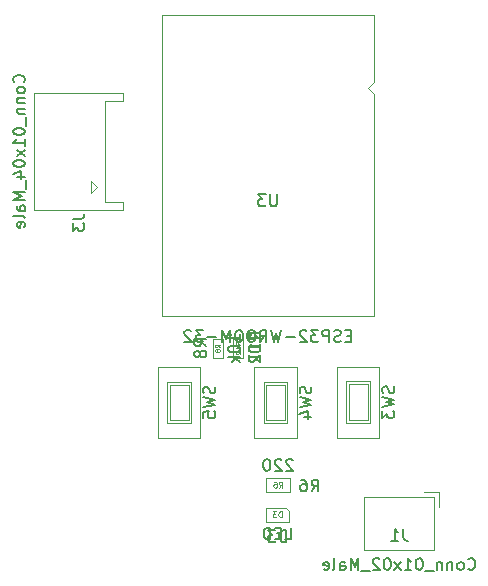
<source format=gbr>
%TF.GenerationSoftware,KiCad,Pcbnew,8.0.2-8.0.2-0~ubuntu22.04.1*%
%TF.CreationDate,2024-05-08T22:35:07+02:00*%
%TF.ProjectId,MailBox_LP_Notifier,4d61696c-426f-4785-9f4c-505f4e6f7469,rev?*%
%TF.SameCoordinates,Original*%
%TF.FileFunction,AssemblyDrawing,Bot*%
%FSLAX46Y46*%
G04 Gerber Fmt 4.6, Leading zero omitted, Abs format (unit mm)*
G04 Created by KiCad (PCBNEW 8.0.2-8.0.2-0~ubuntu22.04.1) date 2024-05-08 22:35:07*
%MOMM*%
%LPD*%
G01*
G04 APERTURE LIST*
%ADD10C,0.150000*%
%ADD11C,0.060000*%
%ADD12C,0.080000*%
%ADD13C,0.100000*%
G04 APERTURE END LIST*
D10*
X114968180Y-61298865D02*
X115015800Y-61251246D01*
X115015800Y-61251246D02*
X115063419Y-61108389D01*
X115063419Y-61108389D02*
X115063419Y-61013151D01*
X115063419Y-61013151D02*
X115015800Y-60870294D01*
X115015800Y-60870294D02*
X114920561Y-60775056D01*
X114920561Y-60775056D02*
X114825323Y-60727437D01*
X114825323Y-60727437D02*
X114634847Y-60679818D01*
X114634847Y-60679818D02*
X114491990Y-60679818D01*
X114491990Y-60679818D02*
X114301514Y-60727437D01*
X114301514Y-60727437D02*
X114206276Y-60775056D01*
X114206276Y-60775056D02*
X114111038Y-60870294D01*
X114111038Y-60870294D02*
X114063419Y-61013151D01*
X114063419Y-61013151D02*
X114063419Y-61108389D01*
X114063419Y-61108389D02*
X114111038Y-61251246D01*
X114111038Y-61251246D02*
X114158657Y-61298865D01*
X115063419Y-61870294D02*
X115015800Y-61775056D01*
X115015800Y-61775056D02*
X114968180Y-61727437D01*
X114968180Y-61727437D02*
X114872942Y-61679818D01*
X114872942Y-61679818D02*
X114587228Y-61679818D01*
X114587228Y-61679818D02*
X114491990Y-61727437D01*
X114491990Y-61727437D02*
X114444371Y-61775056D01*
X114444371Y-61775056D02*
X114396752Y-61870294D01*
X114396752Y-61870294D02*
X114396752Y-62013151D01*
X114396752Y-62013151D02*
X114444371Y-62108389D01*
X114444371Y-62108389D02*
X114491990Y-62156008D01*
X114491990Y-62156008D02*
X114587228Y-62203627D01*
X114587228Y-62203627D02*
X114872942Y-62203627D01*
X114872942Y-62203627D02*
X114968180Y-62156008D01*
X114968180Y-62156008D02*
X115015800Y-62108389D01*
X115015800Y-62108389D02*
X115063419Y-62013151D01*
X115063419Y-62013151D02*
X115063419Y-61870294D01*
X114396752Y-62632199D02*
X115063419Y-62632199D01*
X114491990Y-62632199D02*
X114444371Y-62679818D01*
X114444371Y-62679818D02*
X114396752Y-62775056D01*
X114396752Y-62775056D02*
X114396752Y-62917913D01*
X114396752Y-62917913D02*
X114444371Y-63013151D01*
X114444371Y-63013151D02*
X114539609Y-63060770D01*
X114539609Y-63060770D02*
X115063419Y-63060770D01*
X114396752Y-63536961D02*
X115063419Y-63536961D01*
X114491990Y-63536961D02*
X114444371Y-63584580D01*
X114444371Y-63584580D02*
X114396752Y-63679818D01*
X114396752Y-63679818D02*
X114396752Y-63822675D01*
X114396752Y-63822675D02*
X114444371Y-63917913D01*
X114444371Y-63917913D02*
X114539609Y-63965532D01*
X114539609Y-63965532D02*
X115063419Y-63965532D01*
X115158657Y-64203628D02*
X115158657Y-64965532D01*
X114063419Y-65394104D02*
X114063419Y-65489342D01*
X114063419Y-65489342D02*
X114111038Y-65584580D01*
X114111038Y-65584580D02*
X114158657Y-65632199D01*
X114158657Y-65632199D02*
X114253895Y-65679818D01*
X114253895Y-65679818D02*
X114444371Y-65727437D01*
X114444371Y-65727437D02*
X114682466Y-65727437D01*
X114682466Y-65727437D02*
X114872942Y-65679818D01*
X114872942Y-65679818D02*
X114968180Y-65632199D01*
X114968180Y-65632199D02*
X115015800Y-65584580D01*
X115015800Y-65584580D02*
X115063419Y-65489342D01*
X115063419Y-65489342D02*
X115063419Y-65394104D01*
X115063419Y-65394104D02*
X115015800Y-65298866D01*
X115015800Y-65298866D02*
X114968180Y-65251247D01*
X114968180Y-65251247D02*
X114872942Y-65203628D01*
X114872942Y-65203628D02*
X114682466Y-65156009D01*
X114682466Y-65156009D02*
X114444371Y-65156009D01*
X114444371Y-65156009D02*
X114253895Y-65203628D01*
X114253895Y-65203628D02*
X114158657Y-65251247D01*
X114158657Y-65251247D02*
X114111038Y-65298866D01*
X114111038Y-65298866D02*
X114063419Y-65394104D01*
X115063419Y-66679818D02*
X115063419Y-66108390D01*
X115063419Y-66394104D02*
X114063419Y-66394104D01*
X114063419Y-66394104D02*
X114206276Y-66298866D01*
X114206276Y-66298866D02*
X114301514Y-66203628D01*
X114301514Y-66203628D02*
X114349133Y-66108390D01*
X115063419Y-67013152D02*
X114396752Y-67536961D01*
X114396752Y-67013152D02*
X115063419Y-67536961D01*
X114063419Y-68108390D02*
X114063419Y-68203628D01*
X114063419Y-68203628D02*
X114111038Y-68298866D01*
X114111038Y-68298866D02*
X114158657Y-68346485D01*
X114158657Y-68346485D02*
X114253895Y-68394104D01*
X114253895Y-68394104D02*
X114444371Y-68441723D01*
X114444371Y-68441723D02*
X114682466Y-68441723D01*
X114682466Y-68441723D02*
X114872942Y-68394104D01*
X114872942Y-68394104D02*
X114968180Y-68346485D01*
X114968180Y-68346485D02*
X115015800Y-68298866D01*
X115015800Y-68298866D02*
X115063419Y-68203628D01*
X115063419Y-68203628D02*
X115063419Y-68108390D01*
X115063419Y-68108390D02*
X115015800Y-68013152D01*
X115015800Y-68013152D02*
X114968180Y-67965533D01*
X114968180Y-67965533D02*
X114872942Y-67917914D01*
X114872942Y-67917914D02*
X114682466Y-67870295D01*
X114682466Y-67870295D02*
X114444371Y-67870295D01*
X114444371Y-67870295D02*
X114253895Y-67917914D01*
X114253895Y-67917914D02*
X114158657Y-67965533D01*
X114158657Y-67965533D02*
X114111038Y-68013152D01*
X114111038Y-68013152D02*
X114063419Y-68108390D01*
X114396752Y-69298866D02*
X115063419Y-69298866D01*
X114015800Y-69060771D02*
X114730085Y-68822676D01*
X114730085Y-68822676D02*
X114730085Y-69441723D01*
X115158657Y-69584581D02*
X115158657Y-70346485D01*
X115063419Y-70584581D02*
X114063419Y-70584581D01*
X114063419Y-70584581D02*
X114777704Y-70917914D01*
X114777704Y-70917914D02*
X114063419Y-71251247D01*
X114063419Y-71251247D02*
X115063419Y-71251247D01*
X115063419Y-72156009D02*
X114539609Y-72156009D01*
X114539609Y-72156009D02*
X114444371Y-72108390D01*
X114444371Y-72108390D02*
X114396752Y-72013152D01*
X114396752Y-72013152D02*
X114396752Y-71822676D01*
X114396752Y-71822676D02*
X114444371Y-71727438D01*
X115015800Y-72156009D02*
X115063419Y-72060771D01*
X115063419Y-72060771D02*
X115063419Y-71822676D01*
X115063419Y-71822676D02*
X115015800Y-71727438D01*
X115015800Y-71727438D02*
X114920561Y-71679819D01*
X114920561Y-71679819D02*
X114825323Y-71679819D01*
X114825323Y-71679819D02*
X114730085Y-71727438D01*
X114730085Y-71727438D02*
X114682466Y-71822676D01*
X114682466Y-71822676D02*
X114682466Y-72060771D01*
X114682466Y-72060771D02*
X114634847Y-72156009D01*
X115063419Y-72775057D02*
X115015800Y-72679819D01*
X115015800Y-72679819D02*
X114920561Y-72632200D01*
X114920561Y-72632200D02*
X114063419Y-72632200D01*
X115015800Y-73536962D02*
X115063419Y-73441724D01*
X115063419Y-73441724D02*
X115063419Y-73251248D01*
X115063419Y-73251248D02*
X115015800Y-73156010D01*
X115015800Y-73156010D02*
X114920561Y-73108391D01*
X114920561Y-73108391D02*
X114539609Y-73108391D01*
X114539609Y-73108391D02*
X114444371Y-73156010D01*
X114444371Y-73156010D02*
X114396752Y-73251248D01*
X114396752Y-73251248D02*
X114396752Y-73441724D01*
X114396752Y-73441724D02*
X114444371Y-73536962D01*
X114444371Y-73536962D02*
X114539609Y-73584581D01*
X114539609Y-73584581D02*
X114634847Y-73584581D01*
X114634847Y-73584581D02*
X114730085Y-73108391D01*
X119102619Y-72844066D02*
X119816904Y-72844066D01*
X119816904Y-72844066D02*
X119959761Y-72796447D01*
X119959761Y-72796447D02*
X120055000Y-72701209D01*
X120055000Y-72701209D02*
X120102619Y-72558352D01*
X120102619Y-72558352D02*
X120102619Y-72463114D01*
X119102619Y-73225019D02*
X119102619Y-73844066D01*
X119102619Y-73844066D02*
X119483571Y-73510733D01*
X119483571Y-73510733D02*
X119483571Y-73653590D01*
X119483571Y-73653590D02*
X119531190Y-73748828D01*
X119531190Y-73748828D02*
X119578809Y-73796447D01*
X119578809Y-73796447D02*
X119674047Y-73844066D01*
X119674047Y-73844066D02*
X119912142Y-73844066D01*
X119912142Y-73844066D02*
X120007380Y-73796447D01*
X120007380Y-73796447D02*
X120055000Y-73748828D01*
X120055000Y-73748828D02*
X120102619Y-73653590D01*
X120102619Y-73653590D02*
X120102619Y-73367876D01*
X120102619Y-73367876D02*
X120055000Y-73272638D01*
X120055000Y-73272638D02*
X120007380Y-73225019D01*
X139278200Y-87058667D02*
X139325819Y-87201524D01*
X139325819Y-87201524D02*
X139325819Y-87439619D01*
X139325819Y-87439619D02*
X139278200Y-87534857D01*
X139278200Y-87534857D02*
X139230580Y-87582476D01*
X139230580Y-87582476D02*
X139135342Y-87630095D01*
X139135342Y-87630095D02*
X139040104Y-87630095D01*
X139040104Y-87630095D02*
X138944866Y-87582476D01*
X138944866Y-87582476D02*
X138897247Y-87534857D01*
X138897247Y-87534857D02*
X138849628Y-87439619D01*
X138849628Y-87439619D02*
X138802009Y-87249143D01*
X138802009Y-87249143D02*
X138754390Y-87153905D01*
X138754390Y-87153905D02*
X138706771Y-87106286D01*
X138706771Y-87106286D02*
X138611533Y-87058667D01*
X138611533Y-87058667D02*
X138516295Y-87058667D01*
X138516295Y-87058667D02*
X138421057Y-87106286D01*
X138421057Y-87106286D02*
X138373438Y-87153905D01*
X138373438Y-87153905D02*
X138325819Y-87249143D01*
X138325819Y-87249143D02*
X138325819Y-87487238D01*
X138325819Y-87487238D02*
X138373438Y-87630095D01*
X138325819Y-87963429D02*
X139325819Y-88201524D01*
X139325819Y-88201524D02*
X138611533Y-88392000D01*
X138611533Y-88392000D02*
X139325819Y-88582476D01*
X139325819Y-88582476D02*
X138325819Y-88820572D01*
X138659152Y-89630095D02*
X139325819Y-89630095D01*
X138278200Y-89392000D02*
X138992485Y-89153905D01*
X138992485Y-89153905D02*
X138992485Y-89772952D01*
X139278200Y-87058667D02*
X139325819Y-87201524D01*
X139325819Y-87201524D02*
X139325819Y-87439619D01*
X139325819Y-87439619D02*
X139278200Y-87534857D01*
X139278200Y-87534857D02*
X139230580Y-87582476D01*
X139230580Y-87582476D02*
X139135342Y-87630095D01*
X139135342Y-87630095D02*
X139040104Y-87630095D01*
X139040104Y-87630095D02*
X138944866Y-87582476D01*
X138944866Y-87582476D02*
X138897247Y-87534857D01*
X138897247Y-87534857D02*
X138849628Y-87439619D01*
X138849628Y-87439619D02*
X138802009Y-87249143D01*
X138802009Y-87249143D02*
X138754390Y-87153905D01*
X138754390Y-87153905D02*
X138706771Y-87106286D01*
X138706771Y-87106286D02*
X138611533Y-87058667D01*
X138611533Y-87058667D02*
X138516295Y-87058667D01*
X138516295Y-87058667D02*
X138421057Y-87106286D01*
X138421057Y-87106286D02*
X138373438Y-87153905D01*
X138373438Y-87153905D02*
X138325819Y-87249143D01*
X138325819Y-87249143D02*
X138325819Y-87487238D01*
X138325819Y-87487238D02*
X138373438Y-87630095D01*
X138325819Y-87963429D02*
X139325819Y-88201524D01*
X139325819Y-88201524D02*
X138611533Y-88392000D01*
X138611533Y-88392000D02*
X139325819Y-88582476D01*
X139325819Y-88582476D02*
X138325819Y-88820572D01*
X138659152Y-89630095D02*
X139325819Y-89630095D01*
X138278200Y-89392000D02*
X138992485Y-89153905D01*
X138992485Y-89153905D02*
X138992485Y-89772952D01*
X134998619Y-83050142D02*
X134522428Y-82716809D01*
X134998619Y-82478714D02*
X133998619Y-82478714D01*
X133998619Y-82478714D02*
X133998619Y-82859666D01*
X133998619Y-82859666D02*
X134046238Y-82954904D01*
X134046238Y-82954904D02*
X134093857Y-83002523D01*
X134093857Y-83002523D02*
X134189095Y-83050142D01*
X134189095Y-83050142D02*
X134331952Y-83050142D01*
X134331952Y-83050142D02*
X134427190Y-83002523D01*
X134427190Y-83002523D02*
X134474809Y-82954904D01*
X134474809Y-82954904D02*
X134522428Y-82859666D01*
X134522428Y-82859666D02*
X134522428Y-82478714D01*
X134998619Y-84002523D02*
X134998619Y-83431095D01*
X134998619Y-83716809D02*
X133998619Y-83716809D01*
X133998619Y-83716809D02*
X134141476Y-83621571D01*
X134141476Y-83621571D02*
X134236714Y-83526333D01*
X134236714Y-83526333D02*
X134284333Y-83431095D01*
X134093857Y-84383476D02*
X134046238Y-84431095D01*
X134046238Y-84431095D02*
X133998619Y-84526333D01*
X133998619Y-84526333D02*
X133998619Y-84764428D01*
X133998619Y-84764428D02*
X134046238Y-84859666D01*
X134046238Y-84859666D02*
X134093857Y-84907285D01*
X134093857Y-84907285D02*
X134189095Y-84954904D01*
X134189095Y-84954904D02*
X134284333Y-84954904D01*
X134284333Y-84954904D02*
X134427190Y-84907285D01*
X134427190Y-84907285D02*
X134998619Y-84335857D01*
X134998619Y-84335857D02*
X134998619Y-84954904D01*
X135006219Y-83199361D02*
X135006219Y-82627933D01*
X135006219Y-82913647D02*
X134006219Y-82913647D01*
X134006219Y-82913647D02*
X134149076Y-82818409D01*
X134149076Y-82818409D02*
X134244314Y-82723171D01*
X134244314Y-82723171D02*
X134291933Y-82627933D01*
X134006219Y-83818409D02*
X134006219Y-83913647D01*
X134006219Y-83913647D02*
X134053838Y-84008885D01*
X134053838Y-84008885D02*
X134101457Y-84056504D01*
X134101457Y-84056504D02*
X134196695Y-84104123D01*
X134196695Y-84104123D02*
X134387171Y-84151742D01*
X134387171Y-84151742D02*
X134625266Y-84151742D01*
X134625266Y-84151742D02*
X134815742Y-84104123D01*
X134815742Y-84104123D02*
X134910980Y-84056504D01*
X134910980Y-84056504D02*
X134958600Y-84008885D01*
X134958600Y-84008885D02*
X135006219Y-83913647D01*
X135006219Y-83913647D02*
X135006219Y-83818409D01*
X135006219Y-83818409D02*
X134958600Y-83723171D01*
X134958600Y-83723171D02*
X134910980Y-83675552D01*
X134910980Y-83675552D02*
X134815742Y-83627933D01*
X134815742Y-83627933D02*
X134625266Y-83580314D01*
X134625266Y-83580314D02*
X134387171Y-83580314D01*
X134387171Y-83580314D02*
X134196695Y-83627933D01*
X134196695Y-83627933D02*
X134101457Y-83675552D01*
X134101457Y-83675552D02*
X134053838Y-83723171D01*
X134053838Y-83723171D02*
X134006219Y-83818409D01*
X135006219Y-84580314D02*
X134006219Y-84580314D01*
X134625266Y-84675552D02*
X135006219Y-84961266D01*
X134339552Y-84961266D02*
X134720504Y-84580314D01*
D11*
X133303327Y-83537457D02*
X133112851Y-83404124D01*
X133303327Y-83308886D02*
X132903327Y-83308886D01*
X132903327Y-83308886D02*
X132903327Y-83461267D01*
X132903327Y-83461267D02*
X132922375Y-83499362D01*
X132922375Y-83499362D02*
X132941422Y-83518409D01*
X132941422Y-83518409D02*
X132979518Y-83537457D01*
X132979518Y-83537457D02*
X133036660Y-83537457D01*
X133036660Y-83537457D02*
X133074756Y-83518409D01*
X133074756Y-83518409D02*
X133093803Y-83499362D01*
X133093803Y-83499362D02*
X133112851Y-83461267D01*
X133112851Y-83461267D02*
X133112851Y-83308886D01*
X133303327Y-83918409D02*
X133303327Y-83689838D01*
X133303327Y-83804124D02*
X132903327Y-83804124D01*
X132903327Y-83804124D02*
X132960470Y-83766028D01*
X132960470Y-83766028D02*
X132998565Y-83727933D01*
X132998565Y-83727933D02*
X133017613Y-83689838D01*
X132941422Y-84070790D02*
X132922375Y-84089838D01*
X132922375Y-84089838D02*
X132903327Y-84127933D01*
X132903327Y-84127933D02*
X132903327Y-84223171D01*
X132903327Y-84223171D02*
X132922375Y-84261266D01*
X132922375Y-84261266D02*
X132941422Y-84280314D01*
X132941422Y-84280314D02*
X132979518Y-84299361D01*
X132979518Y-84299361D02*
X133017613Y-84299361D01*
X133017613Y-84299361D02*
X133074756Y-84280314D01*
X133074756Y-84280314D02*
X133303327Y-84051742D01*
X133303327Y-84051742D02*
X133303327Y-84299361D01*
D10*
X142659808Y-82746409D02*
X142326475Y-82746409D01*
X142183618Y-83270219D02*
X142659808Y-83270219D01*
X142659808Y-83270219D02*
X142659808Y-82270219D01*
X142659808Y-82270219D02*
X142183618Y-82270219D01*
X141802665Y-83222600D02*
X141659808Y-83270219D01*
X141659808Y-83270219D02*
X141421713Y-83270219D01*
X141421713Y-83270219D02*
X141326475Y-83222600D01*
X141326475Y-83222600D02*
X141278856Y-83174980D01*
X141278856Y-83174980D02*
X141231237Y-83079742D01*
X141231237Y-83079742D02*
X141231237Y-82984504D01*
X141231237Y-82984504D02*
X141278856Y-82889266D01*
X141278856Y-82889266D02*
X141326475Y-82841647D01*
X141326475Y-82841647D02*
X141421713Y-82794028D01*
X141421713Y-82794028D02*
X141612189Y-82746409D01*
X141612189Y-82746409D02*
X141707427Y-82698790D01*
X141707427Y-82698790D02*
X141755046Y-82651171D01*
X141755046Y-82651171D02*
X141802665Y-82555933D01*
X141802665Y-82555933D02*
X141802665Y-82460695D01*
X141802665Y-82460695D02*
X141755046Y-82365457D01*
X141755046Y-82365457D02*
X141707427Y-82317838D01*
X141707427Y-82317838D02*
X141612189Y-82270219D01*
X141612189Y-82270219D02*
X141374094Y-82270219D01*
X141374094Y-82270219D02*
X141231237Y-82317838D01*
X140802665Y-83270219D02*
X140802665Y-82270219D01*
X140802665Y-82270219D02*
X140421713Y-82270219D01*
X140421713Y-82270219D02*
X140326475Y-82317838D01*
X140326475Y-82317838D02*
X140278856Y-82365457D01*
X140278856Y-82365457D02*
X140231237Y-82460695D01*
X140231237Y-82460695D02*
X140231237Y-82603552D01*
X140231237Y-82603552D02*
X140278856Y-82698790D01*
X140278856Y-82698790D02*
X140326475Y-82746409D01*
X140326475Y-82746409D02*
X140421713Y-82794028D01*
X140421713Y-82794028D02*
X140802665Y-82794028D01*
X139897903Y-82270219D02*
X139278856Y-82270219D01*
X139278856Y-82270219D02*
X139612189Y-82651171D01*
X139612189Y-82651171D02*
X139469332Y-82651171D01*
X139469332Y-82651171D02*
X139374094Y-82698790D01*
X139374094Y-82698790D02*
X139326475Y-82746409D01*
X139326475Y-82746409D02*
X139278856Y-82841647D01*
X139278856Y-82841647D02*
X139278856Y-83079742D01*
X139278856Y-83079742D02*
X139326475Y-83174980D01*
X139326475Y-83174980D02*
X139374094Y-83222600D01*
X139374094Y-83222600D02*
X139469332Y-83270219D01*
X139469332Y-83270219D02*
X139755046Y-83270219D01*
X139755046Y-83270219D02*
X139850284Y-83222600D01*
X139850284Y-83222600D02*
X139897903Y-83174980D01*
X138897903Y-82365457D02*
X138850284Y-82317838D01*
X138850284Y-82317838D02*
X138755046Y-82270219D01*
X138755046Y-82270219D02*
X138516951Y-82270219D01*
X138516951Y-82270219D02*
X138421713Y-82317838D01*
X138421713Y-82317838D02*
X138374094Y-82365457D01*
X138374094Y-82365457D02*
X138326475Y-82460695D01*
X138326475Y-82460695D02*
X138326475Y-82555933D01*
X138326475Y-82555933D02*
X138374094Y-82698790D01*
X138374094Y-82698790D02*
X138945522Y-83270219D01*
X138945522Y-83270219D02*
X138326475Y-83270219D01*
X137897903Y-82889266D02*
X137135999Y-82889266D01*
X136755046Y-82270219D02*
X136516951Y-83270219D01*
X136516951Y-83270219D02*
X136326475Y-82555933D01*
X136326475Y-82555933D02*
X136135999Y-83270219D01*
X136135999Y-83270219D02*
X135897904Y-82270219D01*
X134945523Y-83270219D02*
X135278856Y-82794028D01*
X135516951Y-83270219D02*
X135516951Y-82270219D01*
X135516951Y-82270219D02*
X135135999Y-82270219D01*
X135135999Y-82270219D02*
X135040761Y-82317838D01*
X135040761Y-82317838D02*
X134993142Y-82365457D01*
X134993142Y-82365457D02*
X134945523Y-82460695D01*
X134945523Y-82460695D02*
X134945523Y-82603552D01*
X134945523Y-82603552D02*
X134993142Y-82698790D01*
X134993142Y-82698790D02*
X135040761Y-82746409D01*
X135040761Y-82746409D02*
X135135999Y-82794028D01*
X135135999Y-82794028D02*
X135516951Y-82794028D01*
X134326475Y-82270219D02*
X134135999Y-82270219D01*
X134135999Y-82270219D02*
X134040761Y-82317838D01*
X134040761Y-82317838D02*
X133945523Y-82413076D01*
X133945523Y-82413076D02*
X133897904Y-82603552D01*
X133897904Y-82603552D02*
X133897904Y-82936885D01*
X133897904Y-82936885D02*
X133945523Y-83127361D01*
X133945523Y-83127361D02*
X134040761Y-83222600D01*
X134040761Y-83222600D02*
X134135999Y-83270219D01*
X134135999Y-83270219D02*
X134326475Y-83270219D01*
X134326475Y-83270219D02*
X134421713Y-83222600D01*
X134421713Y-83222600D02*
X134516951Y-83127361D01*
X134516951Y-83127361D02*
X134564570Y-82936885D01*
X134564570Y-82936885D02*
X134564570Y-82603552D01*
X134564570Y-82603552D02*
X134516951Y-82413076D01*
X134516951Y-82413076D02*
X134421713Y-82317838D01*
X134421713Y-82317838D02*
X134326475Y-82270219D01*
X133278856Y-82270219D02*
X133088380Y-82270219D01*
X133088380Y-82270219D02*
X132993142Y-82317838D01*
X132993142Y-82317838D02*
X132897904Y-82413076D01*
X132897904Y-82413076D02*
X132850285Y-82603552D01*
X132850285Y-82603552D02*
X132850285Y-82936885D01*
X132850285Y-82936885D02*
X132897904Y-83127361D01*
X132897904Y-83127361D02*
X132993142Y-83222600D01*
X132993142Y-83222600D02*
X133088380Y-83270219D01*
X133088380Y-83270219D02*
X133278856Y-83270219D01*
X133278856Y-83270219D02*
X133374094Y-83222600D01*
X133374094Y-83222600D02*
X133469332Y-83127361D01*
X133469332Y-83127361D02*
X133516951Y-82936885D01*
X133516951Y-82936885D02*
X133516951Y-82603552D01*
X133516951Y-82603552D02*
X133469332Y-82413076D01*
X133469332Y-82413076D02*
X133374094Y-82317838D01*
X133374094Y-82317838D02*
X133278856Y-82270219D01*
X132421713Y-83270219D02*
X132421713Y-82270219D01*
X132421713Y-82270219D02*
X132088380Y-82984504D01*
X132088380Y-82984504D02*
X131755047Y-82270219D01*
X131755047Y-82270219D02*
X131755047Y-83270219D01*
X131278856Y-82889266D02*
X130516952Y-82889266D01*
X130135999Y-82270219D02*
X129516952Y-82270219D01*
X129516952Y-82270219D02*
X129850285Y-82651171D01*
X129850285Y-82651171D02*
X129707428Y-82651171D01*
X129707428Y-82651171D02*
X129612190Y-82698790D01*
X129612190Y-82698790D02*
X129564571Y-82746409D01*
X129564571Y-82746409D02*
X129516952Y-82841647D01*
X129516952Y-82841647D02*
X129516952Y-83079742D01*
X129516952Y-83079742D02*
X129564571Y-83174980D01*
X129564571Y-83174980D02*
X129612190Y-83222600D01*
X129612190Y-83222600D02*
X129707428Y-83270219D01*
X129707428Y-83270219D02*
X129993142Y-83270219D01*
X129993142Y-83270219D02*
X130088380Y-83222600D01*
X130088380Y-83222600D02*
X130135999Y-83174980D01*
X129135999Y-82365457D02*
X129088380Y-82317838D01*
X129088380Y-82317838D02*
X128993142Y-82270219D01*
X128993142Y-82270219D02*
X128755047Y-82270219D01*
X128755047Y-82270219D02*
X128659809Y-82317838D01*
X128659809Y-82317838D02*
X128612190Y-82365457D01*
X128612190Y-82365457D02*
X128564571Y-82460695D01*
X128564571Y-82460695D02*
X128564571Y-82555933D01*
X128564571Y-82555933D02*
X128612190Y-82698790D01*
X128612190Y-82698790D02*
X129183618Y-83270219D01*
X129183618Y-83270219D02*
X128564571Y-83270219D01*
X136397904Y-70770219D02*
X136397904Y-71579742D01*
X136397904Y-71579742D02*
X136350285Y-71674980D01*
X136350285Y-71674980D02*
X136302666Y-71722600D01*
X136302666Y-71722600D02*
X136207428Y-71770219D01*
X136207428Y-71770219D02*
X136016952Y-71770219D01*
X136016952Y-71770219D02*
X135921714Y-71722600D01*
X135921714Y-71722600D02*
X135874095Y-71674980D01*
X135874095Y-71674980D02*
X135826476Y-71579742D01*
X135826476Y-71579742D02*
X135826476Y-70770219D01*
X135445523Y-70770219D02*
X134826476Y-70770219D01*
X134826476Y-70770219D02*
X135159809Y-71151171D01*
X135159809Y-71151171D02*
X135016952Y-71151171D01*
X135016952Y-71151171D02*
X134921714Y-71198790D01*
X134921714Y-71198790D02*
X134874095Y-71246409D01*
X134874095Y-71246409D02*
X134826476Y-71341647D01*
X134826476Y-71341647D02*
X134826476Y-71579742D01*
X134826476Y-71579742D02*
X134874095Y-71674980D01*
X134874095Y-71674980D02*
X134921714Y-71722600D01*
X134921714Y-71722600D02*
X135016952Y-71770219D01*
X135016952Y-71770219D02*
X135302666Y-71770219D01*
X135302666Y-71770219D02*
X135397904Y-71722600D01*
X135397904Y-71722600D02*
X135445523Y-71674980D01*
X146288600Y-87033267D02*
X146336219Y-87176124D01*
X146336219Y-87176124D02*
X146336219Y-87414219D01*
X146336219Y-87414219D02*
X146288600Y-87509457D01*
X146288600Y-87509457D02*
X146240980Y-87557076D01*
X146240980Y-87557076D02*
X146145742Y-87604695D01*
X146145742Y-87604695D02*
X146050504Y-87604695D01*
X146050504Y-87604695D02*
X145955266Y-87557076D01*
X145955266Y-87557076D02*
X145907647Y-87509457D01*
X145907647Y-87509457D02*
X145860028Y-87414219D01*
X145860028Y-87414219D02*
X145812409Y-87223743D01*
X145812409Y-87223743D02*
X145764790Y-87128505D01*
X145764790Y-87128505D02*
X145717171Y-87080886D01*
X145717171Y-87080886D02*
X145621933Y-87033267D01*
X145621933Y-87033267D02*
X145526695Y-87033267D01*
X145526695Y-87033267D02*
X145431457Y-87080886D01*
X145431457Y-87080886D02*
X145383838Y-87128505D01*
X145383838Y-87128505D02*
X145336219Y-87223743D01*
X145336219Y-87223743D02*
X145336219Y-87461838D01*
X145336219Y-87461838D02*
X145383838Y-87604695D01*
X145336219Y-87938029D02*
X146336219Y-88176124D01*
X146336219Y-88176124D02*
X145621933Y-88366600D01*
X145621933Y-88366600D02*
X146336219Y-88557076D01*
X146336219Y-88557076D02*
X145336219Y-88795172D01*
X145336219Y-89080886D02*
X145336219Y-89699933D01*
X145336219Y-89699933D02*
X145717171Y-89366600D01*
X145717171Y-89366600D02*
X145717171Y-89509457D01*
X145717171Y-89509457D02*
X145764790Y-89604695D01*
X145764790Y-89604695D02*
X145812409Y-89652314D01*
X145812409Y-89652314D02*
X145907647Y-89699933D01*
X145907647Y-89699933D02*
X146145742Y-89699933D01*
X146145742Y-89699933D02*
X146240980Y-89652314D01*
X146240980Y-89652314D02*
X146288600Y-89604695D01*
X146288600Y-89604695D02*
X146336219Y-89509457D01*
X146336219Y-89509457D02*
X146336219Y-89223743D01*
X146336219Y-89223743D02*
X146288600Y-89128505D01*
X146288600Y-89128505D02*
X146240980Y-89080886D01*
X146288600Y-87033267D02*
X146336219Y-87176124D01*
X146336219Y-87176124D02*
X146336219Y-87414219D01*
X146336219Y-87414219D02*
X146288600Y-87509457D01*
X146288600Y-87509457D02*
X146240980Y-87557076D01*
X146240980Y-87557076D02*
X146145742Y-87604695D01*
X146145742Y-87604695D02*
X146050504Y-87604695D01*
X146050504Y-87604695D02*
X145955266Y-87557076D01*
X145955266Y-87557076D02*
X145907647Y-87509457D01*
X145907647Y-87509457D02*
X145860028Y-87414219D01*
X145860028Y-87414219D02*
X145812409Y-87223743D01*
X145812409Y-87223743D02*
X145764790Y-87128505D01*
X145764790Y-87128505D02*
X145717171Y-87080886D01*
X145717171Y-87080886D02*
X145621933Y-87033267D01*
X145621933Y-87033267D02*
X145526695Y-87033267D01*
X145526695Y-87033267D02*
X145431457Y-87080886D01*
X145431457Y-87080886D02*
X145383838Y-87128505D01*
X145383838Y-87128505D02*
X145336219Y-87223743D01*
X145336219Y-87223743D02*
X145336219Y-87461838D01*
X145336219Y-87461838D02*
X145383838Y-87604695D01*
X145336219Y-87938029D02*
X146336219Y-88176124D01*
X146336219Y-88176124D02*
X145621933Y-88366600D01*
X145621933Y-88366600D02*
X146336219Y-88557076D01*
X146336219Y-88557076D02*
X145336219Y-88795172D01*
X145336219Y-89080886D02*
X145336219Y-89699933D01*
X145336219Y-89699933D02*
X145717171Y-89366600D01*
X145717171Y-89366600D02*
X145717171Y-89509457D01*
X145717171Y-89509457D02*
X145764790Y-89604695D01*
X145764790Y-89604695D02*
X145812409Y-89652314D01*
X145812409Y-89652314D02*
X145907647Y-89699933D01*
X145907647Y-89699933D02*
X146145742Y-89699933D01*
X146145742Y-89699933D02*
X146240980Y-89652314D01*
X146240980Y-89652314D02*
X146288600Y-89604695D01*
X146288600Y-89604695D02*
X146336219Y-89509457D01*
X146336219Y-89509457D02*
X146336219Y-89223743D01*
X146336219Y-89223743D02*
X146288600Y-89128505D01*
X146288600Y-89128505D02*
X146240980Y-89080886D01*
X139333266Y-95933419D02*
X139666599Y-95457228D01*
X139904694Y-95933419D02*
X139904694Y-94933419D01*
X139904694Y-94933419D02*
X139523742Y-94933419D01*
X139523742Y-94933419D02*
X139428504Y-94981038D01*
X139428504Y-94981038D02*
X139380885Y-95028657D01*
X139380885Y-95028657D02*
X139333266Y-95123895D01*
X139333266Y-95123895D02*
X139333266Y-95266752D01*
X139333266Y-95266752D02*
X139380885Y-95361990D01*
X139380885Y-95361990D02*
X139428504Y-95409609D01*
X139428504Y-95409609D02*
X139523742Y-95457228D01*
X139523742Y-95457228D02*
X139904694Y-95457228D01*
X138476123Y-94933419D02*
X138666599Y-94933419D01*
X138666599Y-94933419D02*
X138761837Y-94981038D01*
X138761837Y-94981038D02*
X138809456Y-95028657D01*
X138809456Y-95028657D02*
X138904694Y-95171514D01*
X138904694Y-95171514D02*
X138952313Y-95361990D01*
X138952313Y-95361990D02*
X138952313Y-95742942D01*
X138952313Y-95742942D02*
X138904694Y-95838180D01*
X138904694Y-95838180D02*
X138857075Y-95885800D01*
X138857075Y-95885800D02*
X138761837Y-95933419D01*
X138761837Y-95933419D02*
X138571361Y-95933419D01*
X138571361Y-95933419D02*
X138476123Y-95885800D01*
X138476123Y-95885800D02*
X138428504Y-95838180D01*
X138428504Y-95838180D02*
X138380885Y-95742942D01*
X138380885Y-95742942D02*
X138380885Y-95504847D01*
X138380885Y-95504847D02*
X138428504Y-95409609D01*
X138428504Y-95409609D02*
X138476123Y-95361990D01*
X138476123Y-95361990D02*
X138571361Y-95314371D01*
X138571361Y-95314371D02*
X138761837Y-95314371D01*
X138761837Y-95314371D02*
X138857075Y-95361990D01*
X138857075Y-95361990D02*
X138904694Y-95409609D01*
X138904694Y-95409609D02*
X138952313Y-95504847D01*
X137737694Y-93277057D02*
X137690075Y-93229438D01*
X137690075Y-93229438D02*
X137594837Y-93181819D01*
X137594837Y-93181819D02*
X137356742Y-93181819D01*
X137356742Y-93181819D02*
X137261504Y-93229438D01*
X137261504Y-93229438D02*
X137213885Y-93277057D01*
X137213885Y-93277057D02*
X137166266Y-93372295D01*
X137166266Y-93372295D02*
X137166266Y-93467533D01*
X137166266Y-93467533D02*
X137213885Y-93610390D01*
X137213885Y-93610390D02*
X137785313Y-94181819D01*
X137785313Y-94181819D02*
X137166266Y-94181819D01*
X136785313Y-93277057D02*
X136737694Y-93229438D01*
X136737694Y-93229438D02*
X136642456Y-93181819D01*
X136642456Y-93181819D02*
X136404361Y-93181819D01*
X136404361Y-93181819D02*
X136309123Y-93229438D01*
X136309123Y-93229438D02*
X136261504Y-93277057D01*
X136261504Y-93277057D02*
X136213885Y-93372295D01*
X136213885Y-93372295D02*
X136213885Y-93467533D01*
X136213885Y-93467533D02*
X136261504Y-93610390D01*
X136261504Y-93610390D02*
X136832932Y-94181819D01*
X136832932Y-94181819D02*
X136213885Y-94181819D01*
X135594837Y-93181819D02*
X135499599Y-93181819D01*
X135499599Y-93181819D02*
X135404361Y-93229438D01*
X135404361Y-93229438D02*
X135356742Y-93277057D01*
X135356742Y-93277057D02*
X135309123Y-93372295D01*
X135309123Y-93372295D02*
X135261504Y-93562771D01*
X135261504Y-93562771D02*
X135261504Y-93800866D01*
X135261504Y-93800866D02*
X135309123Y-93991342D01*
X135309123Y-93991342D02*
X135356742Y-94086580D01*
X135356742Y-94086580D02*
X135404361Y-94134200D01*
X135404361Y-94134200D02*
X135499599Y-94181819D01*
X135499599Y-94181819D02*
X135594837Y-94181819D01*
X135594837Y-94181819D02*
X135690075Y-94134200D01*
X135690075Y-94134200D02*
X135737694Y-94086580D01*
X135737694Y-94086580D02*
X135785313Y-93991342D01*
X135785313Y-93991342D02*
X135832932Y-93800866D01*
X135832932Y-93800866D02*
X135832932Y-93562771D01*
X135832932Y-93562771D02*
X135785313Y-93372295D01*
X135785313Y-93372295D02*
X135737694Y-93277057D01*
X135737694Y-93277057D02*
X135690075Y-93229438D01*
X135690075Y-93229438D02*
X135594837Y-93181819D01*
D12*
X136582933Y-95604149D02*
X136749599Y-95366054D01*
X136868647Y-95604149D02*
X136868647Y-95104149D01*
X136868647Y-95104149D02*
X136678171Y-95104149D01*
X136678171Y-95104149D02*
X136630552Y-95127959D01*
X136630552Y-95127959D02*
X136606742Y-95151768D01*
X136606742Y-95151768D02*
X136582933Y-95199387D01*
X136582933Y-95199387D02*
X136582933Y-95270816D01*
X136582933Y-95270816D02*
X136606742Y-95318435D01*
X136606742Y-95318435D02*
X136630552Y-95342244D01*
X136630552Y-95342244D02*
X136678171Y-95366054D01*
X136678171Y-95366054D02*
X136868647Y-95366054D01*
X136154361Y-95104149D02*
X136249599Y-95104149D01*
X136249599Y-95104149D02*
X136297218Y-95127959D01*
X136297218Y-95127959D02*
X136321028Y-95151768D01*
X136321028Y-95151768D02*
X136368647Y-95223197D01*
X136368647Y-95223197D02*
X136392456Y-95318435D01*
X136392456Y-95318435D02*
X136392456Y-95508911D01*
X136392456Y-95508911D02*
X136368647Y-95556530D01*
X136368647Y-95556530D02*
X136344837Y-95580340D01*
X136344837Y-95580340D02*
X136297218Y-95604149D01*
X136297218Y-95604149D02*
X136201980Y-95604149D01*
X136201980Y-95604149D02*
X136154361Y-95580340D01*
X136154361Y-95580340D02*
X136130552Y-95556530D01*
X136130552Y-95556530D02*
X136106742Y-95508911D01*
X136106742Y-95508911D02*
X136106742Y-95389863D01*
X136106742Y-95389863D02*
X136130552Y-95342244D01*
X136130552Y-95342244D02*
X136154361Y-95318435D01*
X136154361Y-95318435D02*
X136201980Y-95294625D01*
X136201980Y-95294625D02*
X136297218Y-95294625D01*
X136297218Y-95294625D02*
X136344837Y-95318435D01*
X136344837Y-95318435D02*
X136368647Y-95342244D01*
X136368647Y-95342244D02*
X136392456Y-95389863D01*
D10*
X130419019Y-83627933D02*
X129942828Y-83294600D01*
X130419019Y-83056505D02*
X129419019Y-83056505D01*
X129419019Y-83056505D02*
X129419019Y-83437457D01*
X129419019Y-83437457D02*
X129466638Y-83532695D01*
X129466638Y-83532695D02*
X129514257Y-83580314D01*
X129514257Y-83580314D02*
X129609495Y-83627933D01*
X129609495Y-83627933D02*
X129752352Y-83627933D01*
X129752352Y-83627933D02*
X129847590Y-83580314D01*
X129847590Y-83580314D02*
X129895209Y-83532695D01*
X129895209Y-83532695D02*
X129942828Y-83437457D01*
X129942828Y-83437457D02*
X129942828Y-83056505D01*
X129847590Y-84199362D02*
X129799971Y-84104124D01*
X129799971Y-84104124D02*
X129752352Y-84056505D01*
X129752352Y-84056505D02*
X129657114Y-84008886D01*
X129657114Y-84008886D02*
X129609495Y-84008886D01*
X129609495Y-84008886D02*
X129514257Y-84056505D01*
X129514257Y-84056505D02*
X129466638Y-84104124D01*
X129466638Y-84104124D02*
X129419019Y-84199362D01*
X129419019Y-84199362D02*
X129419019Y-84389838D01*
X129419019Y-84389838D02*
X129466638Y-84485076D01*
X129466638Y-84485076D02*
X129514257Y-84532695D01*
X129514257Y-84532695D02*
X129609495Y-84580314D01*
X129609495Y-84580314D02*
X129657114Y-84580314D01*
X129657114Y-84580314D02*
X129752352Y-84532695D01*
X129752352Y-84532695D02*
X129799971Y-84485076D01*
X129799971Y-84485076D02*
X129847590Y-84389838D01*
X129847590Y-84389838D02*
X129847590Y-84199362D01*
X129847590Y-84199362D02*
X129895209Y-84104124D01*
X129895209Y-84104124D02*
X129942828Y-84056505D01*
X129942828Y-84056505D02*
X130038066Y-84008886D01*
X130038066Y-84008886D02*
X130228542Y-84008886D01*
X130228542Y-84008886D02*
X130323780Y-84056505D01*
X130323780Y-84056505D02*
X130371400Y-84104124D01*
X130371400Y-84104124D02*
X130419019Y-84199362D01*
X130419019Y-84199362D02*
X130419019Y-84389838D01*
X130419019Y-84389838D02*
X130371400Y-84485076D01*
X130371400Y-84485076D02*
X130323780Y-84532695D01*
X130323780Y-84532695D02*
X130228542Y-84580314D01*
X130228542Y-84580314D02*
X130038066Y-84580314D01*
X130038066Y-84580314D02*
X129942828Y-84532695D01*
X129942828Y-84532695D02*
X129895209Y-84485076D01*
X129895209Y-84485076D02*
X129847590Y-84389838D01*
X133279019Y-83199361D02*
X133279019Y-82627933D01*
X133279019Y-82913647D02*
X132279019Y-82913647D01*
X132279019Y-82913647D02*
X132421876Y-82818409D01*
X132421876Y-82818409D02*
X132517114Y-82723171D01*
X132517114Y-82723171D02*
X132564733Y-82627933D01*
X132279019Y-83818409D02*
X132279019Y-83913647D01*
X132279019Y-83913647D02*
X132326638Y-84008885D01*
X132326638Y-84008885D02*
X132374257Y-84056504D01*
X132374257Y-84056504D02*
X132469495Y-84104123D01*
X132469495Y-84104123D02*
X132659971Y-84151742D01*
X132659971Y-84151742D02*
X132898066Y-84151742D01*
X132898066Y-84151742D02*
X133088542Y-84104123D01*
X133088542Y-84104123D02*
X133183780Y-84056504D01*
X133183780Y-84056504D02*
X133231400Y-84008885D01*
X133231400Y-84008885D02*
X133279019Y-83913647D01*
X133279019Y-83913647D02*
X133279019Y-83818409D01*
X133279019Y-83818409D02*
X133231400Y-83723171D01*
X133231400Y-83723171D02*
X133183780Y-83675552D01*
X133183780Y-83675552D02*
X133088542Y-83627933D01*
X133088542Y-83627933D02*
X132898066Y-83580314D01*
X132898066Y-83580314D02*
X132659971Y-83580314D01*
X132659971Y-83580314D02*
X132469495Y-83627933D01*
X132469495Y-83627933D02*
X132374257Y-83675552D01*
X132374257Y-83675552D02*
X132326638Y-83723171D01*
X132326638Y-83723171D02*
X132279019Y-83818409D01*
X133279019Y-84580314D02*
X132279019Y-84580314D01*
X132898066Y-84675552D02*
X133279019Y-84961266D01*
X132612352Y-84961266D02*
X132993304Y-84580314D01*
D11*
X131576127Y-83727933D02*
X131385651Y-83594600D01*
X131576127Y-83499362D02*
X131176127Y-83499362D01*
X131176127Y-83499362D02*
X131176127Y-83651743D01*
X131176127Y-83651743D02*
X131195175Y-83689838D01*
X131195175Y-83689838D02*
X131214222Y-83708885D01*
X131214222Y-83708885D02*
X131252318Y-83727933D01*
X131252318Y-83727933D02*
X131309460Y-83727933D01*
X131309460Y-83727933D02*
X131347556Y-83708885D01*
X131347556Y-83708885D02*
X131366603Y-83689838D01*
X131366603Y-83689838D02*
X131385651Y-83651743D01*
X131385651Y-83651743D02*
X131385651Y-83499362D01*
X131347556Y-83956504D02*
X131328508Y-83918409D01*
X131328508Y-83918409D02*
X131309460Y-83899362D01*
X131309460Y-83899362D02*
X131271365Y-83880314D01*
X131271365Y-83880314D02*
X131252318Y-83880314D01*
X131252318Y-83880314D02*
X131214222Y-83899362D01*
X131214222Y-83899362D02*
X131195175Y-83918409D01*
X131195175Y-83918409D02*
X131176127Y-83956504D01*
X131176127Y-83956504D02*
X131176127Y-84032695D01*
X131176127Y-84032695D02*
X131195175Y-84070790D01*
X131195175Y-84070790D02*
X131214222Y-84089838D01*
X131214222Y-84089838D02*
X131252318Y-84108885D01*
X131252318Y-84108885D02*
X131271365Y-84108885D01*
X131271365Y-84108885D02*
X131309460Y-84089838D01*
X131309460Y-84089838D02*
X131328508Y-84070790D01*
X131328508Y-84070790D02*
X131347556Y-84032695D01*
X131347556Y-84032695D02*
X131347556Y-83956504D01*
X131347556Y-83956504D02*
X131366603Y-83918409D01*
X131366603Y-83918409D02*
X131385651Y-83899362D01*
X131385651Y-83899362D02*
X131423746Y-83880314D01*
X131423746Y-83880314D02*
X131499937Y-83880314D01*
X131499937Y-83880314D02*
X131538032Y-83899362D01*
X131538032Y-83899362D02*
X131557080Y-83918409D01*
X131557080Y-83918409D02*
X131576127Y-83956504D01*
X131576127Y-83956504D02*
X131576127Y-84032695D01*
X131576127Y-84032695D02*
X131557080Y-84070790D01*
X131557080Y-84070790D02*
X131538032Y-84089838D01*
X131538032Y-84089838D02*
X131499937Y-84108885D01*
X131499937Y-84108885D02*
X131423746Y-84108885D01*
X131423746Y-84108885D02*
X131385651Y-84089838D01*
X131385651Y-84089838D02*
X131366603Y-84070790D01*
X131366603Y-84070790D02*
X131347556Y-84032695D01*
D10*
X152594534Y-102488580D02*
X152642153Y-102536200D01*
X152642153Y-102536200D02*
X152785010Y-102583819D01*
X152785010Y-102583819D02*
X152880248Y-102583819D01*
X152880248Y-102583819D02*
X153023105Y-102536200D01*
X153023105Y-102536200D02*
X153118343Y-102440961D01*
X153118343Y-102440961D02*
X153165962Y-102345723D01*
X153165962Y-102345723D02*
X153213581Y-102155247D01*
X153213581Y-102155247D02*
X153213581Y-102012390D01*
X153213581Y-102012390D02*
X153165962Y-101821914D01*
X153165962Y-101821914D02*
X153118343Y-101726676D01*
X153118343Y-101726676D02*
X153023105Y-101631438D01*
X153023105Y-101631438D02*
X152880248Y-101583819D01*
X152880248Y-101583819D02*
X152785010Y-101583819D01*
X152785010Y-101583819D02*
X152642153Y-101631438D01*
X152642153Y-101631438D02*
X152594534Y-101679057D01*
X152023105Y-102583819D02*
X152118343Y-102536200D01*
X152118343Y-102536200D02*
X152165962Y-102488580D01*
X152165962Y-102488580D02*
X152213581Y-102393342D01*
X152213581Y-102393342D02*
X152213581Y-102107628D01*
X152213581Y-102107628D02*
X152165962Y-102012390D01*
X152165962Y-102012390D02*
X152118343Y-101964771D01*
X152118343Y-101964771D02*
X152023105Y-101917152D01*
X152023105Y-101917152D02*
X151880248Y-101917152D01*
X151880248Y-101917152D02*
X151785010Y-101964771D01*
X151785010Y-101964771D02*
X151737391Y-102012390D01*
X151737391Y-102012390D02*
X151689772Y-102107628D01*
X151689772Y-102107628D02*
X151689772Y-102393342D01*
X151689772Y-102393342D02*
X151737391Y-102488580D01*
X151737391Y-102488580D02*
X151785010Y-102536200D01*
X151785010Y-102536200D02*
X151880248Y-102583819D01*
X151880248Y-102583819D02*
X152023105Y-102583819D01*
X151261200Y-101917152D02*
X151261200Y-102583819D01*
X151261200Y-102012390D02*
X151213581Y-101964771D01*
X151213581Y-101964771D02*
X151118343Y-101917152D01*
X151118343Y-101917152D02*
X150975486Y-101917152D01*
X150975486Y-101917152D02*
X150880248Y-101964771D01*
X150880248Y-101964771D02*
X150832629Y-102060009D01*
X150832629Y-102060009D02*
X150832629Y-102583819D01*
X150356438Y-101917152D02*
X150356438Y-102583819D01*
X150356438Y-102012390D02*
X150308819Y-101964771D01*
X150308819Y-101964771D02*
X150213581Y-101917152D01*
X150213581Y-101917152D02*
X150070724Y-101917152D01*
X150070724Y-101917152D02*
X149975486Y-101964771D01*
X149975486Y-101964771D02*
X149927867Y-102060009D01*
X149927867Y-102060009D02*
X149927867Y-102583819D01*
X149689772Y-102679057D02*
X148927867Y-102679057D01*
X148499295Y-101583819D02*
X148404057Y-101583819D01*
X148404057Y-101583819D02*
X148308819Y-101631438D01*
X148308819Y-101631438D02*
X148261200Y-101679057D01*
X148261200Y-101679057D02*
X148213581Y-101774295D01*
X148213581Y-101774295D02*
X148165962Y-101964771D01*
X148165962Y-101964771D02*
X148165962Y-102202866D01*
X148165962Y-102202866D02*
X148213581Y-102393342D01*
X148213581Y-102393342D02*
X148261200Y-102488580D01*
X148261200Y-102488580D02*
X148308819Y-102536200D01*
X148308819Y-102536200D02*
X148404057Y-102583819D01*
X148404057Y-102583819D02*
X148499295Y-102583819D01*
X148499295Y-102583819D02*
X148594533Y-102536200D01*
X148594533Y-102536200D02*
X148642152Y-102488580D01*
X148642152Y-102488580D02*
X148689771Y-102393342D01*
X148689771Y-102393342D02*
X148737390Y-102202866D01*
X148737390Y-102202866D02*
X148737390Y-101964771D01*
X148737390Y-101964771D02*
X148689771Y-101774295D01*
X148689771Y-101774295D02*
X148642152Y-101679057D01*
X148642152Y-101679057D02*
X148594533Y-101631438D01*
X148594533Y-101631438D02*
X148499295Y-101583819D01*
X147213581Y-102583819D02*
X147785009Y-102583819D01*
X147499295Y-102583819D02*
X147499295Y-101583819D01*
X147499295Y-101583819D02*
X147594533Y-101726676D01*
X147594533Y-101726676D02*
X147689771Y-101821914D01*
X147689771Y-101821914D02*
X147785009Y-101869533D01*
X146880247Y-102583819D02*
X146356438Y-101917152D01*
X146880247Y-101917152D02*
X146356438Y-102583819D01*
X145785009Y-101583819D02*
X145689771Y-101583819D01*
X145689771Y-101583819D02*
X145594533Y-101631438D01*
X145594533Y-101631438D02*
X145546914Y-101679057D01*
X145546914Y-101679057D02*
X145499295Y-101774295D01*
X145499295Y-101774295D02*
X145451676Y-101964771D01*
X145451676Y-101964771D02*
X145451676Y-102202866D01*
X145451676Y-102202866D02*
X145499295Y-102393342D01*
X145499295Y-102393342D02*
X145546914Y-102488580D01*
X145546914Y-102488580D02*
X145594533Y-102536200D01*
X145594533Y-102536200D02*
X145689771Y-102583819D01*
X145689771Y-102583819D02*
X145785009Y-102583819D01*
X145785009Y-102583819D02*
X145880247Y-102536200D01*
X145880247Y-102536200D02*
X145927866Y-102488580D01*
X145927866Y-102488580D02*
X145975485Y-102393342D01*
X145975485Y-102393342D02*
X146023104Y-102202866D01*
X146023104Y-102202866D02*
X146023104Y-101964771D01*
X146023104Y-101964771D02*
X145975485Y-101774295D01*
X145975485Y-101774295D02*
X145927866Y-101679057D01*
X145927866Y-101679057D02*
X145880247Y-101631438D01*
X145880247Y-101631438D02*
X145785009Y-101583819D01*
X145070723Y-101679057D02*
X145023104Y-101631438D01*
X145023104Y-101631438D02*
X144927866Y-101583819D01*
X144927866Y-101583819D02*
X144689771Y-101583819D01*
X144689771Y-101583819D02*
X144594533Y-101631438D01*
X144594533Y-101631438D02*
X144546914Y-101679057D01*
X144546914Y-101679057D02*
X144499295Y-101774295D01*
X144499295Y-101774295D02*
X144499295Y-101869533D01*
X144499295Y-101869533D02*
X144546914Y-102012390D01*
X144546914Y-102012390D02*
X145118342Y-102583819D01*
X145118342Y-102583819D02*
X144499295Y-102583819D01*
X144308819Y-102679057D02*
X143546914Y-102679057D01*
X143308818Y-102583819D02*
X143308818Y-101583819D01*
X143308818Y-101583819D02*
X142975485Y-102298104D01*
X142975485Y-102298104D02*
X142642152Y-101583819D01*
X142642152Y-101583819D02*
X142642152Y-102583819D01*
X141737390Y-102583819D02*
X141737390Y-102060009D01*
X141737390Y-102060009D02*
X141785009Y-101964771D01*
X141785009Y-101964771D02*
X141880247Y-101917152D01*
X141880247Y-101917152D02*
X142070723Y-101917152D01*
X142070723Y-101917152D02*
X142165961Y-101964771D01*
X141737390Y-102536200D02*
X141832628Y-102583819D01*
X141832628Y-102583819D02*
X142070723Y-102583819D01*
X142070723Y-102583819D02*
X142165961Y-102536200D01*
X142165961Y-102536200D02*
X142213580Y-102440961D01*
X142213580Y-102440961D02*
X142213580Y-102345723D01*
X142213580Y-102345723D02*
X142165961Y-102250485D01*
X142165961Y-102250485D02*
X142070723Y-102202866D01*
X142070723Y-102202866D02*
X141832628Y-102202866D01*
X141832628Y-102202866D02*
X141737390Y-102155247D01*
X141118342Y-102583819D02*
X141213580Y-102536200D01*
X141213580Y-102536200D02*
X141261199Y-102440961D01*
X141261199Y-102440961D02*
X141261199Y-101583819D01*
X140356437Y-102536200D02*
X140451675Y-102583819D01*
X140451675Y-102583819D02*
X140642151Y-102583819D01*
X140642151Y-102583819D02*
X140737389Y-102536200D01*
X140737389Y-102536200D02*
X140785008Y-102440961D01*
X140785008Y-102440961D02*
X140785008Y-102060009D01*
X140785008Y-102060009D02*
X140737389Y-101964771D01*
X140737389Y-101964771D02*
X140642151Y-101917152D01*
X140642151Y-101917152D02*
X140451675Y-101917152D01*
X140451675Y-101917152D02*
X140356437Y-101964771D01*
X140356437Y-101964771D02*
X140308818Y-102060009D01*
X140308818Y-102060009D02*
X140308818Y-102155247D01*
X140308818Y-102155247D02*
X140785008Y-102250485D01*
X147094533Y-99083819D02*
X147094533Y-99798104D01*
X147094533Y-99798104D02*
X147142152Y-99940961D01*
X147142152Y-99940961D02*
X147237390Y-100036200D01*
X147237390Y-100036200D02*
X147380247Y-100083819D01*
X147380247Y-100083819D02*
X147475485Y-100083819D01*
X146094533Y-100083819D02*
X146665961Y-100083819D01*
X146380247Y-100083819D02*
X146380247Y-99083819D01*
X146380247Y-99083819D02*
X146475485Y-99226676D01*
X146475485Y-99226676D02*
X146570723Y-99321914D01*
X146570723Y-99321914D02*
X146665961Y-99369533D01*
X137186894Y-100226019D02*
X137186894Y-99226019D01*
X137186894Y-99226019D02*
X136948799Y-99226019D01*
X136948799Y-99226019D02*
X136805942Y-99273638D01*
X136805942Y-99273638D02*
X136710704Y-99368876D01*
X136710704Y-99368876D02*
X136663085Y-99464114D01*
X136663085Y-99464114D02*
X136615466Y-99654590D01*
X136615466Y-99654590D02*
X136615466Y-99797447D01*
X136615466Y-99797447D02*
X136663085Y-99987923D01*
X136663085Y-99987923D02*
X136710704Y-100083161D01*
X136710704Y-100083161D02*
X136805942Y-100178400D01*
X136805942Y-100178400D02*
X136948799Y-100226019D01*
X136948799Y-100226019D02*
X137186894Y-100226019D01*
X136282132Y-99226019D02*
X135663085Y-99226019D01*
X135663085Y-99226019D02*
X135996418Y-99606971D01*
X135996418Y-99606971D02*
X135853561Y-99606971D01*
X135853561Y-99606971D02*
X135758323Y-99654590D01*
X135758323Y-99654590D02*
X135710704Y-99702209D01*
X135710704Y-99702209D02*
X135663085Y-99797447D01*
X135663085Y-99797447D02*
X135663085Y-100035542D01*
X135663085Y-100035542D02*
X135710704Y-100130780D01*
X135710704Y-100130780D02*
X135758323Y-100178400D01*
X135758323Y-100178400D02*
X135853561Y-100226019D01*
X135853561Y-100226019D02*
X136139275Y-100226019D01*
X136139275Y-100226019D02*
X136234513Y-100178400D01*
X136234513Y-100178400D02*
X136282132Y-100130780D01*
X137091657Y-99996419D02*
X137567847Y-99996419D01*
X137567847Y-99996419D02*
X137567847Y-98996419D01*
X136758323Y-99472609D02*
X136424990Y-99472609D01*
X136282133Y-99996419D02*
X136758323Y-99996419D01*
X136758323Y-99996419D02*
X136758323Y-98996419D01*
X136758323Y-98996419D02*
X136282133Y-98996419D01*
X135853561Y-99996419D02*
X135853561Y-98996419D01*
X135853561Y-98996419D02*
X135615466Y-98996419D01*
X135615466Y-98996419D02*
X135472609Y-99044038D01*
X135472609Y-99044038D02*
X135377371Y-99139276D01*
X135377371Y-99139276D02*
X135329752Y-99234514D01*
X135329752Y-99234514D02*
X135282133Y-99424990D01*
X135282133Y-99424990D02*
X135282133Y-99567847D01*
X135282133Y-99567847D02*
X135329752Y-99758323D01*
X135329752Y-99758323D02*
X135377371Y-99853561D01*
X135377371Y-99853561D02*
X135472609Y-99948800D01*
X135472609Y-99948800D02*
X135615466Y-99996419D01*
X135615466Y-99996419D02*
X135853561Y-99996419D01*
D12*
X136817847Y-98118749D02*
X136817847Y-97618749D01*
X136817847Y-97618749D02*
X136698799Y-97618749D01*
X136698799Y-97618749D02*
X136627371Y-97642559D01*
X136627371Y-97642559D02*
X136579752Y-97690178D01*
X136579752Y-97690178D02*
X136555942Y-97737797D01*
X136555942Y-97737797D02*
X136532133Y-97833035D01*
X136532133Y-97833035D02*
X136532133Y-97904463D01*
X136532133Y-97904463D02*
X136555942Y-97999701D01*
X136555942Y-97999701D02*
X136579752Y-98047320D01*
X136579752Y-98047320D02*
X136627371Y-98094940D01*
X136627371Y-98094940D02*
X136698799Y-98118749D01*
X136698799Y-98118749D02*
X136817847Y-98118749D01*
X136365466Y-97618749D02*
X136055942Y-97618749D01*
X136055942Y-97618749D02*
X136222609Y-97809225D01*
X136222609Y-97809225D02*
X136151180Y-97809225D01*
X136151180Y-97809225D02*
X136103561Y-97833035D01*
X136103561Y-97833035D02*
X136079752Y-97856844D01*
X136079752Y-97856844D02*
X136055942Y-97904463D01*
X136055942Y-97904463D02*
X136055942Y-98023511D01*
X136055942Y-98023511D02*
X136079752Y-98071130D01*
X136079752Y-98071130D02*
X136103561Y-98094940D01*
X136103561Y-98094940D02*
X136151180Y-98118749D01*
X136151180Y-98118749D02*
X136294037Y-98118749D01*
X136294037Y-98118749D02*
X136341656Y-98094940D01*
X136341656Y-98094940D02*
X136365466Y-98071130D01*
D10*
X131124800Y-87058667D02*
X131172419Y-87201524D01*
X131172419Y-87201524D02*
X131172419Y-87439619D01*
X131172419Y-87439619D02*
X131124800Y-87534857D01*
X131124800Y-87534857D02*
X131077180Y-87582476D01*
X131077180Y-87582476D02*
X130981942Y-87630095D01*
X130981942Y-87630095D02*
X130886704Y-87630095D01*
X130886704Y-87630095D02*
X130791466Y-87582476D01*
X130791466Y-87582476D02*
X130743847Y-87534857D01*
X130743847Y-87534857D02*
X130696228Y-87439619D01*
X130696228Y-87439619D02*
X130648609Y-87249143D01*
X130648609Y-87249143D02*
X130600990Y-87153905D01*
X130600990Y-87153905D02*
X130553371Y-87106286D01*
X130553371Y-87106286D02*
X130458133Y-87058667D01*
X130458133Y-87058667D02*
X130362895Y-87058667D01*
X130362895Y-87058667D02*
X130267657Y-87106286D01*
X130267657Y-87106286D02*
X130220038Y-87153905D01*
X130220038Y-87153905D02*
X130172419Y-87249143D01*
X130172419Y-87249143D02*
X130172419Y-87487238D01*
X130172419Y-87487238D02*
X130220038Y-87630095D01*
X130172419Y-87963429D02*
X131172419Y-88201524D01*
X131172419Y-88201524D02*
X130458133Y-88392000D01*
X130458133Y-88392000D02*
X131172419Y-88582476D01*
X131172419Y-88582476D02*
X130172419Y-88820572D01*
X130172419Y-89677714D02*
X130172419Y-89201524D01*
X130172419Y-89201524D02*
X130648609Y-89153905D01*
X130648609Y-89153905D02*
X130600990Y-89201524D01*
X130600990Y-89201524D02*
X130553371Y-89296762D01*
X130553371Y-89296762D02*
X130553371Y-89534857D01*
X130553371Y-89534857D02*
X130600990Y-89630095D01*
X130600990Y-89630095D02*
X130648609Y-89677714D01*
X130648609Y-89677714D02*
X130743847Y-89725333D01*
X130743847Y-89725333D02*
X130981942Y-89725333D01*
X130981942Y-89725333D02*
X131077180Y-89677714D01*
X131077180Y-89677714D02*
X131124800Y-89630095D01*
X131124800Y-89630095D02*
X131172419Y-89534857D01*
X131172419Y-89534857D02*
X131172419Y-89296762D01*
X131172419Y-89296762D02*
X131124800Y-89201524D01*
X131124800Y-89201524D02*
X131077180Y-89153905D01*
X131124800Y-87058667D02*
X131172419Y-87201524D01*
X131172419Y-87201524D02*
X131172419Y-87439619D01*
X131172419Y-87439619D02*
X131124800Y-87534857D01*
X131124800Y-87534857D02*
X131077180Y-87582476D01*
X131077180Y-87582476D02*
X130981942Y-87630095D01*
X130981942Y-87630095D02*
X130886704Y-87630095D01*
X130886704Y-87630095D02*
X130791466Y-87582476D01*
X130791466Y-87582476D02*
X130743847Y-87534857D01*
X130743847Y-87534857D02*
X130696228Y-87439619D01*
X130696228Y-87439619D02*
X130648609Y-87249143D01*
X130648609Y-87249143D02*
X130600990Y-87153905D01*
X130600990Y-87153905D02*
X130553371Y-87106286D01*
X130553371Y-87106286D02*
X130458133Y-87058667D01*
X130458133Y-87058667D02*
X130362895Y-87058667D01*
X130362895Y-87058667D02*
X130267657Y-87106286D01*
X130267657Y-87106286D02*
X130220038Y-87153905D01*
X130220038Y-87153905D02*
X130172419Y-87249143D01*
X130172419Y-87249143D02*
X130172419Y-87487238D01*
X130172419Y-87487238D02*
X130220038Y-87630095D01*
X130172419Y-87963429D02*
X131172419Y-88201524D01*
X131172419Y-88201524D02*
X130458133Y-88392000D01*
X130458133Y-88392000D02*
X131172419Y-88582476D01*
X131172419Y-88582476D02*
X130172419Y-88820572D01*
X130172419Y-89677714D02*
X130172419Y-89201524D01*
X130172419Y-89201524D02*
X130648609Y-89153905D01*
X130648609Y-89153905D02*
X130600990Y-89201524D01*
X130600990Y-89201524D02*
X130553371Y-89296762D01*
X130553371Y-89296762D02*
X130553371Y-89534857D01*
X130553371Y-89534857D02*
X130600990Y-89630095D01*
X130600990Y-89630095D02*
X130648609Y-89677714D01*
X130648609Y-89677714D02*
X130743847Y-89725333D01*
X130743847Y-89725333D02*
X130981942Y-89725333D01*
X130981942Y-89725333D02*
X131077180Y-89677714D01*
X131077180Y-89677714D02*
X131124800Y-89630095D01*
X131124800Y-89630095D02*
X131172419Y-89534857D01*
X131172419Y-89534857D02*
X131172419Y-89296762D01*
X131172419Y-89296762D02*
X131124800Y-89201524D01*
X131124800Y-89201524D02*
X131077180Y-89153905D01*
D13*
%TO.C,J3*%
X115808600Y-62182200D02*
X115808600Y-72082200D01*
X115808600Y-72082200D02*
X123408600Y-72082200D01*
X120683600Y-69632200D02*
X120683600Y-70632200D01*
X120683600Y-70632200D02*
X121183600Y-70132200D01*
X121183600Y-70132200D02*
X120683600Y-69632200D01*
X121808600Y-62882200D02*
X123408600Y-62882200D01*
X121808600Y-71382200D02*
X121808600Y-62882200D01*
X123408600Y-62182200D02*
X115808600Y-62182200D01*
X123408600Y-62882200D02*
X123408600Y-62182200D01*
X123408600Y-71382200D02*
X121808600Y-71382200D01*
X123408600Y-72082200D02*
X123408600Y-71382200D01*
%TO.C,SW4*%
X134471000Y-85392000D02*
X134471000Y-91392000D01*
X134471000Y-85392000D02*
X138071000Y-85392000D01*
X134471000Y-91392000D02*
X138071000Y-91392000D01*
X135271000Y-86642000D02*
X137271000Y-86642000D01*
X135271000Y-90142000D02*
X135271000Y-86642000D01*
X135471000Y-86892000D02*
X135471000Y-89892000D01*
X135471000Y-86892000D02*
X137071000Y-86892000D01*
X135471000Y-89892000D02*
X137071000Y-89892000D01*
X137071000Y-86892000D02*
X137071000Y-89892000D01*
X137271000Y-86642000D02*
X137271000Y-90142000D01*
X137271000Y-90142000D02*
X135271000Y-90142000D01*
X138071000Y-85392000D02*
X138071000Y-91392000D01*
%TO.C,R12*%
X132708900Y-82994600D02*
X133533900Y-82994600D01*
X132708900Y-84594600D02*
X132708900Y-82994600D01*
X133533900Y-82994600D02*
X133533900Y-84594600D01*
X133533900Y-84594600D02*
X132708900Y-84594600D01*
%TO.C,U3*%
X126636000Y-55575400D02*
X126636000Y-81075400D01*
X126636000Y-55575400D02*
X144636000Y-55575400D01*
X126636000Y-81075400D02*
X144636000Y-81075400D01*
X144136000Y-61795400D02*
X144636000Y-62295400D01*
X144636000Y-61295400D02*
X144136000Y-61795400D01*
X144636000Y-61295400D02*
X144636000Y-55575400D01*
X144636000Y-81075400D02*
X144636000Y-62295400D01*
%TO.C,SW3*%
X141481400Y-85366600D02*
X141481400Y-91366600D01*
X141481400Y-85366600D02*
X145081400Y-85366600D01*
X141481400Y-91366600D02*
X145081400Y-91366600D01*
X142281400Y-86616600D02*
X144281400Y-86616600D01*
X142281400Y-90116600D02*
X142281400Y-86616600D01*
X142481400Y-86866600D02*
X142481400Y-89866600D01*
X142481400Y-86866600D02*
X144081400Y-86866600D01*
X142481400Y-89866600D02*
X144081400Y-89866600D01*
X144081400Y-86866600D02*
X144081400Y-89866600D01*
X144281400Y-86616600D02*
X144281400Y-90116600D01*
X144281400Y-90116600D02*
X142281400Y-90116600D01*
X145081400Y-85366600D02*
X145081400Y-91366600D01*
%TO.C,R6*%
X135499600Y-94752000D02*
X137499600Y-94752000D01*
X135499600Y-96002000D02*
X135499600Y-94752000D01*
X137499600Y-94752000D02*
X137499600Y-96002000D01*
X137499600Y-96002000D02*
X135499600Y-96002000D01*
%TO.C,R8*%
X130981700Y-82994600D02*
X131806700Y-82994600D01*
X130981700Y-84594600D02*
X130981700Y-82994600D01*
X131806700Y-82994600D02*
X131806700Y-84594600D01*
X131806700Y-84594600D02*
X130981700Y-84594600D01*
%TO.C,J1*%
X143811200Y-96429000D02*
X143811200Y-100929000D01*
X143811200Y-100929000D02*
X149711200Y-100929000D01*
X149711200Y-96429000D02*
X143811200Y-96429000D01*
X149711200Y-100929000D02*
X149711200Y-96429000D01*
X150121200Y-96019000D02*
X148871200Y-96019000D01*
X150121200Y-97269000D02*
X150121200Y-96019000D01*
%TO.C,D3*%
X135448800Y-97291600D02*
X135448800Y-98491600D01*
X135448800Y-98491600D02*
X137448800Y-98491600D01*
X137148800Y-97291600D02*
X135448800Y-97291600D01*
X137448800Y-97591600D02*
X137148800Y-97291600D01*
X137448800Y-98491600D02*
X137448800Y-97591600D01*
%TO.C,SW5*%
X126317600Y-85392000D02*
X126317600Y-91392000D01*
X126317600Y-85392000D02*
X129917600Y-85392000D01*
X126317600Y-91392000D02*
X129917600Y-91392000D01*
X127117600Y-86642000D02*
X129117600Y-86642000D01*
X127117600Y-90142000D02*
X127117600Y-86642000D01*
X127317600Y-86892000D02*
X127317600Y-89892000D01*
X127317600Y-86892000D02*
X128917600Y-86892000D01*
X127317600Y-89892000D02*
X128917600Y-89892000D01*
X128917600Y-86892000D02*
X128917600Y-89892000D01*
X129117600Y-86642000D02*
X129117600Y-90142000D01*
X129117600Y-90142000D02*
X127117600Y-90142000D01*
X129917600Y-85392000D02*
X129917600Y-91392000D01*
%TD*%
M02*

</source>
